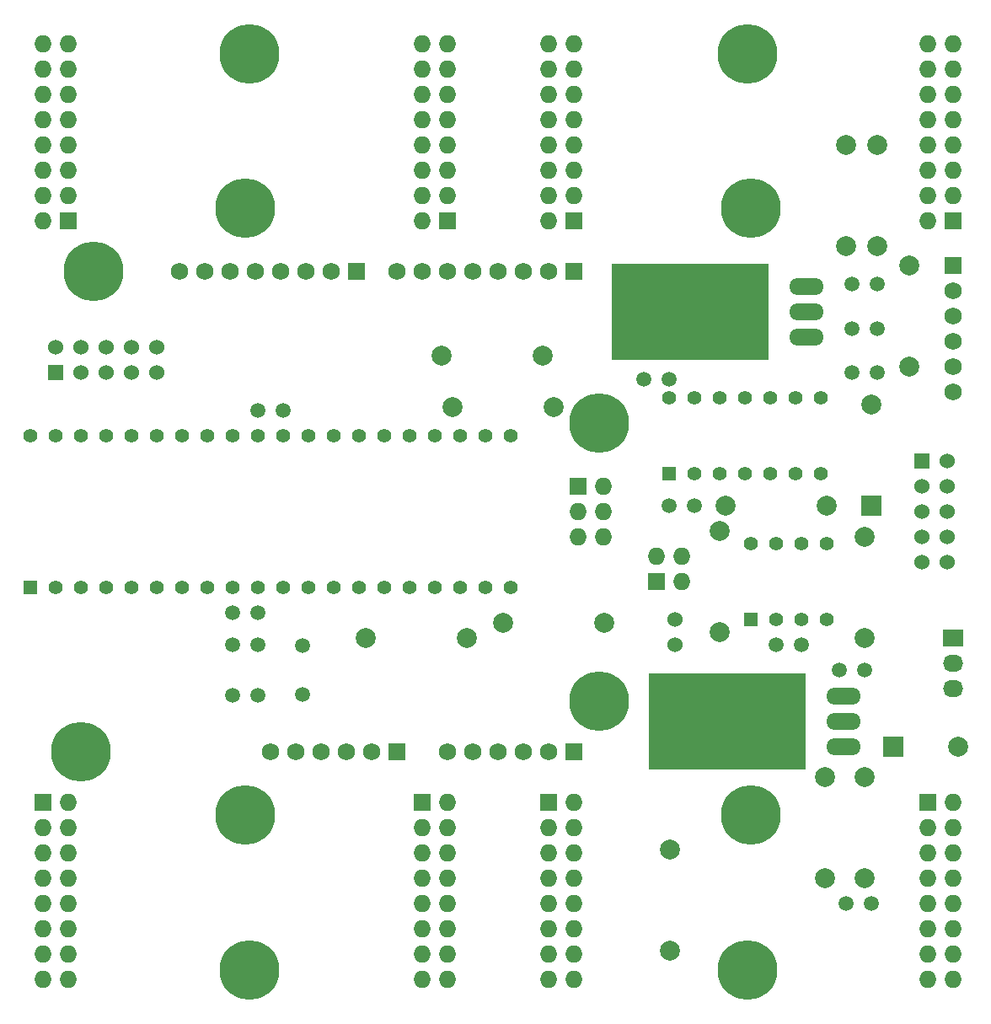
<source format=gts>
%FSLAX34Y34*%
G04 Gerber Fmt 3.4, Leading zero omitted, Abs format*
G04 (created by PCBNEW (2014-jan-25)-product) date Wed 13 Aug 2014 09:10:33 PM PDT*
%MOIN*%
G01*
G70*
G90*
G04 APERTURE LIST*
%ADD10C,0.005906*%
%ADD11C,0.059100*%
%ADD12C,0.078700*%
%ADD13R,0.078700X0.078700*%
%ADD14C,0.060000*%
%ADD15C,0.236220*%
%ADD16R,0.080000X0.068000*%
%ADD17O,0.080000X0.068000*%
%ADD18R,0.068000X0.068000*%
%ADD19O,0.068000X0.068000*%
%ADD20C,0.068000*%
%ADD21R,0.060000X0.060000*%
%ADD22O,0.137800X0.066900*%
%ADD23R,0.620000X0.380000*%
%ADD24R,0.055000X0.055000*%
%ADD25C,0.055000*%
G04 APERTURE END LIST*
G54D10*
G54D11*
X45000Y-22750D03*
X44000Y-22750D03*
X20500Y-35250D03*
X19500Y-35250D03*
X44000Y-21000D03*
X45000Y-21000D03*
X20500Y-37250D03*
X19500Y-37250D03*
X44500Y-36250D03*
X43500Y-36250D03*
X43750Y-45500D03*
X44750Y-45500D03*
X37750Y-29750D03*
X36750Y-29750D03*
X44000Y-24500D03*
X45000Y-24500D03*
X36750Y-24750D03*
X35750Y-24750D03*
X42000Y-35250D03*
X41000Y-35250D03*
X21500Y-26000D03*
X20500Y-26000D03*
X20500Y-34000D03*
X19500Y-34000D03*
G54D12*
X44750Y-25750D03*
G54D13*
X44750Y-29750D03*
G54D14*
X37000Y-34250D03*
X37000Y-35250D03*
G54D15*
X34000Y-26500D03*
X14000Y-20500D03*
X34000Y-37500D03*
X13500Y-39500D03*
X20000Y-42000D03*
X39842Y-11889D03*
X20157Y-11889D03*
X39842Y-48110D03*
X20157Y-48110D03*
X40000Y-42000D03*
X20000Y-18000D03*
X40000Y-18000D03*
G54D16*
X48000Y-35000D03*
G54D17*
X48000Y-36000D03*
X48000Y-37000D03*
G54D18*
X36250Y-32750D03*
G54D19*
X36250Y-31750D03*
X37250Y-32750D03*
X37250Y-31750D03*
G54D18*
X33150Y-29000D03*
G54D19*
X34150Y-29000D03*
X33150Y-30000D03*
X34150Y-30000D03*
X33150Y-31000D03*
X34150Y-31000D03*
G54D18*
X24400Y-20500D03*
G54D20*
X23400Y-20500D03*
X22400Y-20500D03*
X21400Y-20500D03*
X20400Y-20500D03*
X19400Y-20500D03*
X18400Y-20500D03*
X17400Y-20500D03*
G54D18*
X33000Y-20500D03*
G54D20*
X32000Y-20500D03*
X31000Y-20500D03*
X30000Y-20500D03*
X29000Y-20500D03*
X28000Y-20500D03*
X27000Y-20500D03*
X26000Y-20500D03*
G54D18*
X33000Y-39500D03*
G54D20*
X32000Y-39500D03*
X31000Y-39500D03*
X30000Y-39500D03*
X29000Y-39500D03*
X28000Y-39500D03*
G54D18*
X26000Y-39500D03*
G54D20*
X25000Y-39500D03*
X24000Y-39500D03*
X23000Y-39500D03*
X22000Y-39500D03*
X21000Y-39500D03*
G54D18*
X12000Y-41500D03*
G54D19*
X13000Y-41500D03*
X12000Y-42500D03*
X13000Y-42500D03*
X12000Y-43500D03*
X13000Y-43500D03*
X12000Y-44500D03*
X13000Y-44500D03*
X12000Y-45500D03*
X13000Y-45500D03*
X12000Y-46500D03*
X13000Y-46500D03*
X12000Y-47500D03*
X13000Y-47500D03*
X12000Y-48500D03*
X13000Y-48500D03*
G54D18*
X27000Y-41500D03*
G54D19*
X28000Y-41500D03*
X27000Y-42500D03*
X28000Y-42500D03*
X27000Y-43500D03*
X28000Y-43500D03*
X27000Y-44500D03*
X28000Y-44500D03*
X27000Y-45500D03*
X28000Y-45500D03*
X27000Y-46500D03*
X28000Y-46500D03*
X27000Y-47500D03*
X28000Y-47500D03*
X27000Y-48500D03*
X28000Y-48500D03*
G54D21*
X46750Y-28000D03*
G54D14*
X47750Y-28000D03*
X46750Y-29000D03*
X47750Y-29000D03*
X46750Y-30000D03*
X47750Y-30000D03*
X46750Y-31000D03*
X47750Y-31000D03*
X46750Y-32000D03*
X47750Y-32000D03*
G54D18*
X48000Y-20250D03*
G54D20*
X48000Y-21250D03*
X48000Y-22250D03*
X48000Y-23250D03*
X48000Y-24250D03*
X48000Y-25250D03*
G54D18*
X32000Y-41500D03*
G54D19*
X33000Y-41500D03*
X32000Y-42500D03*
X33000Y-42500D03*
X32000Y-43500D03*
X33000Y-43500D03*
X32000Y-44500D03*
X33000Y-44500D03*
X32000Y-45500D03*
X33000Y-45500D03*
X32000Y-46500D03*
X33000Y-46500D03*
X32000Y-47500D03*
X33000Y-47500D03*
X32000Y-48500D03*
X33000Y-48500D03*
G54D18*
X47000Y-41500D03*
G54D19*
X48000Y-41500D03*
X47000Y-42500D03*
X48000Y-42500D03*
X47000Y-43500D03*
X48000Y-43500D03*
X47000Y-44500D03*
X48000Y-44500D03*
X47000Y-45500D03*
X48000Y-45500D03*
X47000Y-46500D03*
X48000Y-46500D03*
X47000Y-47500D03*
X48000Y-47500D03*
X47000Y-48500D03*
X48000Y-48500D03*
G54D18*
X28000Y-18500D03*
G54D19*
X27000Y-18500D03*
X28000Y-17500D03*
X27000Y-17500D03*
X28000Y-16500D03*
X27000Y-16500D03*
X28000Y-15500D03*
X27000Y-15500D03*
X28000Y-14500D03*
X27000Y-14500D03*
X28000Y-13500D03*
X27000Y-13500D03*
X28000Y-12500D03*
X27000Y-12500D03*
X28000Y-11500D03*
X27000Y-11500D03*
G54D18*
X13000Y-18500D03*
G54D19*
X12000Y-18500D03*
X13000Y-17500D03*
X12000Y-17500D03*
X13000Y-16500D03*
X12000Y-16500D03*
X13000Y-15500D03*
X12000Y-15500D03*
X13000Y-14500D03*
X12000Y-14500D03*
X13000Y-13500D03*
X12000Y-13500D03*
X13000Y-12500D03*
X12000Y-12500D03*
X13000Y-11500D03*
X12000Y-11500D03*
G54D18*
X48000Y-18500D03*
G54D19*
X47000Y-18500D03*
X48000Y-17500D03*
X47000Y-17500D03*
X48000Y-16500D03*
X47000Y-16500D03*
X48000Y-15500D03*
X47000Y-15500D03*
X48000Y-14500D03*
X47000Y-14500D03*
X48000Y-13500D03*
X47000Y-13500D03*
X48000Y-12500D03*
X47000Y-12500D03*
X48000Y-11500D03*
X47000Y-11500D03*
G54D18*
X33000Y-18500D03*
G54D19*
X32000Y-18500D03*
X33000Y-17500D03*
X32000Y-17500D03*
X33000Y-16500D03*
X32000Y-16500D03*
X33000Y-15500D03*
X32000Y-15500D03*
X33000Y-14500D03*
X32000Y-14500D03*
X33000Y-13500D03*
X32000Y-13500D03*
X33000Y-12500D03*
X32000Y-12500D03*
X33000Y-11500D03*
X32000Y-11500D03*
G54D21*
X12500Y-24500D03*
G54D14*
X12500Y-23500D03*
X13500Y-24500D03*
X13500Y-23500D03*
X14500Y-24500D03*
X14500Y-23500D03*
X15500Y-24500D03*
X15500Y-23500D03*
X16500Y-24500D03*
X16500Y-23500D03*
G54D12*
X44500Y-35000D03*
X44500Y-31000D03*
X43750Y-19500D03*
X43750Y-15500D03*
X45000Y-19500D03*
X45000Y-15500D03*
X32175Y-25850D03*
X28175Y-25850D03*
X39000Y-29750D03*
X43000Y-29750D03*
X38750Y-34750D03*
X38750Y-30750D03*
X44500Y-44500D03*
X44500Y-40500D03*
X46250Y-20250D03*
X46250Y-24250D03*
X24750Y-35000D03*
X28750Y-35000D03*
X31750Y-23825D03*
X27750Y-23825D03*
G54D13*
X45620Y-39300D03*
G54D12*
X48180Y-39300D03*
G54D22*
X42200Y-22100D03*
X42200Y-23100D03*
X42200Y-21100D03*
G54D23*
X37600Y-22100D03*
G54D24*
X40000Y-34250D03*
G54D25*
X41000Y-34250D03*
X42000Y-34250D03*
X43000Y-34250D03*
X43000Y-31250D03*
X42000Y-31250D03*
X41000Y-31250D03*
X40000Y-31250D03*
G54D22*
X43650Y-38300D03*
X43650Y-39300D03*
X43650Y-37300D03*
G54D23*
X39050Y-38300D03*
G54D24*
X11500Y-33000D03*
G54D25*
X12500Y-33000D03*
X13500Y-33000D03*
X14500Y-33000D03*
X15500Y-33000D03*
X16500Y-33000D03*
X17500Y-33000D03*
X18500Y-33000D03*
X19500Y-33000D03*
X20500Y-33000D03*
X21500Y-33000D03*
X22500Y-33000D03*
X23500Y-33000D03*
X24500Y-33000D03*
X25500Y-33000D03*
X26500Y-33000D03*
X27500Y-33000D03*
X28500Y-33000D03*
X29500Y-33000D03*
X30500Y-33000D03*
X30500Y-27000D03*
X29500Y-27000D03*
X28500Y-27000D03*
X27500Y-27000D03*
X26500Y-27000D03*
X25500Y-27000D03*
X24500Y-27000D03*
X23500Y-27000D03*
X22500Y-27000D03*
X21500Y-27000D03*
X20500Y-27000D03*
X19500Y-27000D03*
X18500Y-27000D03*
X17500Y-27000D03*
X16500Y-27000D03*
X15500Y-27000D03*
X14500Y-27000D03*
X13500Y-27000D03*
X12500Y-27000D03*
X11500Y-27000D03*
G54D11*
X22250Y-35289D03*
X22250Y-37211D03*
G54D24*
X36750Y-28500D03*
G54D25*
X37750Y-28500D03*
X38750Y-28500D03*
X39750Y-28500D03*
X40750Y-28500D03*
X41750Y-28500D03*
X42750Y-28500D03*
X42750Y-25500D03*
X41750Y-25500D03*
X40750Y-25500D03*
X39750Y-25500D03*
X38750Y-25500D03*
X37750Y-25500D03*
X36750Y-25500D03*
G54D12*
X34175Y-34400D03*
X30175Y-34400D03*
X36775Y-47350D03*
X36775Y-43350D03*
X42925Y-44500D03*
X42925Y-40500D03*
M02*

</source>
